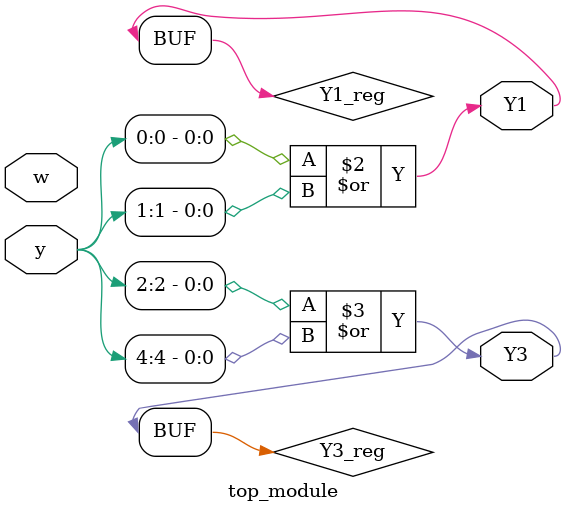
<source format=sv>
module top_module (
	input [5:0] y,
	input w,
	output Y1,
	output Y3
);

	reg Y1_reg, Y3_reg;

	always @(y, w) begin
		Y1_reg = y[0] | y[1];
		Y3_reg = y[2] | y[4];
	end

	assign Y1 = Y1_reg;
	assign Y3 = Y3_reg;

endmodule

</source>
